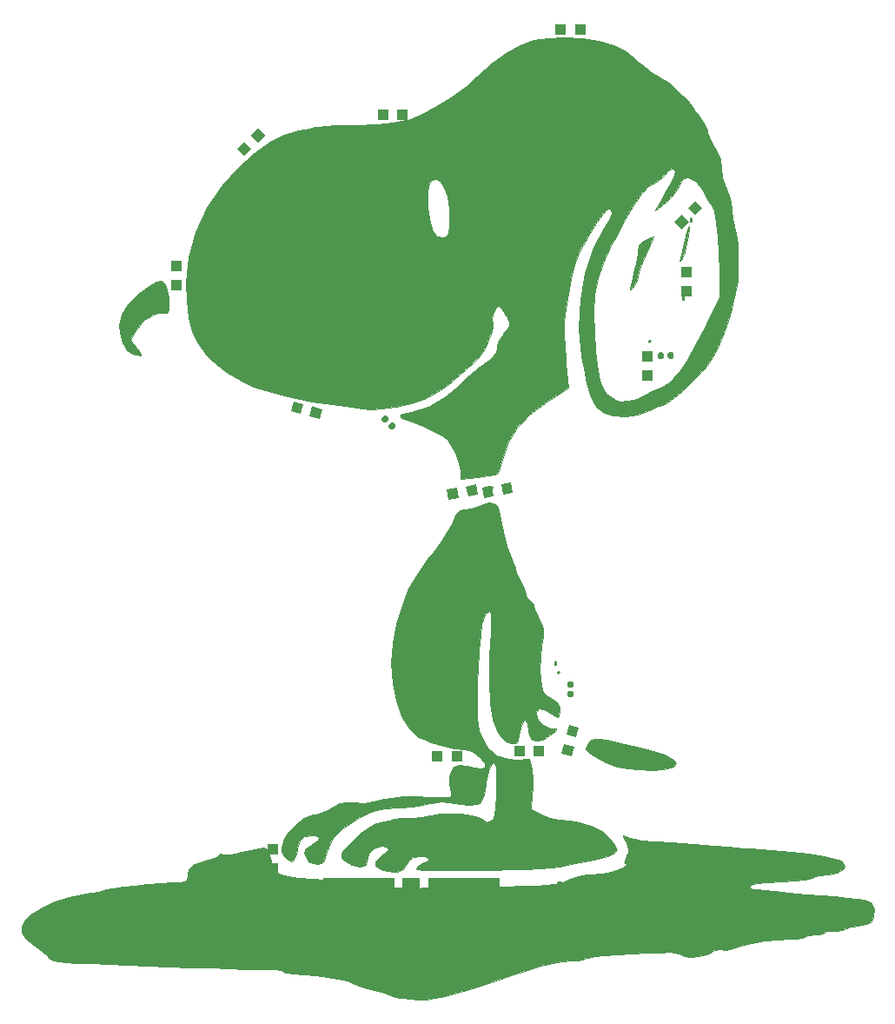
<source format=gbr>
%TF.GenerationSoftware,KiCad,Pcbnew,5.1.7-a382d34a8~88~ubuntu20.04.1*%
%TF.CreationDate,2021-01-15T03:17:28-08:00*%
%TF.ProjectId,snoopy-sao,736e6f6f-7079-42d7-9361-6f2e6b696361,rev?*%
%TF.SameCoordinates,Original*%
%TF.FileFunction,Soldermask,Bot*%
%TF.FilePolarity,Negative*%
%FSLAX46Y46*%
G04 Gerber Fmt 4.6, Leading zero omitted, Abs format (unit mm)*
G04 Created by KiCad (PCBNEW 5.1.7-a382d34a8~88~ubuntu20.04.1) date 2021-01-15 03:17:28*
%MOMM*%
%LPD*%
G01*
G04 APERTURE LIST*
%ADD10C,0.010000*%
%ADD11R,1.000000X1.000000*%
%ADD12C,0.100000*%
%ADD13R,6.908800X3.454400*%
%ADD14R,1.727200X3.454400*%
G04 APERTURE END LIST*
D10*
%TO.C,H3*%
G36*
X118861448Y-136767364D02*
G01*
X119278900Y-136958567D01*
X119727057Y-137080590D01*
X120536997Y-137199582D01*
X121562775Y-137295930D01*
X121992702Y-137323291D01*
X123229314Y-137400897D01*
X124468680Y-137494825D01*
X125481399Y-137587356D01*
X125654000Y-137606106D01*
X126410298Y-137677459D01*
X127541802Y-137765992D01*
X128916417Y-137862174D01*
X130402051Y-137956473D01*
X130988000Y-137990968D01*
X133078283Y-138134942D01*
X135015355Y-138314140D01*
X136732747Y-138519157D01*
X138163989Y-138740588D01*
X139242614Y-138969031D01*
X139902151Y-139195081D01*
X140017650Y-139268499D01*
X140234359Y-139664318D01*
X140032185Y-140050890D01*
X139496681Y-140358914D01*
X138713403Y-140519085D01*
X138462799Y-140528000D01*
X137778804Y-140584015D01*
X137350288Y-140724654D01*
X137292502Y-140791491D01*
X137014927Y-140909963D01*
X136317538Y-141027792D01*
X135288407Y-141133410D01*
X134096336Y-141211268D01*
X132634091Y-141304650D01*
X131649901Y-141415665D01*
X131113991Y-141548731D01*
X130988000Y-141672506D01*
X131009896Y-141770397D01*
X131112569Y-141853734D01*
X131351492Y-141929547D01*
X131782141Y-142004864D01*
X132459990Y-142086715D01*
X133440515Y-142182131D01*
X134779189Y-142298141D01*
X136531488Y-142441775D01*
X137973000Y-142557640D01*
X139293736Y-142668506D01*
X140499768Y-142778954D01*
X141463831Y-142876724D01*
X142058660Y-142949556D01*
X142086184Y-142953890D01*
X142801045Y-143250529D01*
X143110682Y-143848130D01*
X143038707Y-144685517D01*
X142853484Y-145101410D01*
X142466432Y-145337067D01*
X141726940Y-145482268D01*
X141694946Y-145486535D01*
X140849932Y-145640258D01*
X140136882Y-145839936D01*
X139958189Y-145913405D01*
X139301387Y-146074884D01*
X138878689Y-146046768D01*
X138464873Y-146027647D01*
X138354000Y-146139779D01*
X138128605Y-146283960D01*
X137565560Y-146364139D01*
X137338000Y-146370000D01*
X136701733Y-146423158D01*
X136347881Y-146555952D01*
X136322000Y-146609644D01*
X136091716Y-146734181D01*
X135494464Y-146812651D01*
X134837428Y-146828239D01*
X133740784Y-146869508D01*
X132472644Y-147002769D01*
X131200838Y-147201583D01*
X130093191Y-147439511D01*
X129317532Y-147690115D01*
X129291824Y-147701873D01*
X128589247Y-147863522D01*
X128135377Y-147844904D01*
X127555535Y-147870072D01*
X127247735Y-148033998D01*
X126769599Y-148305921D01*
X126040096Y-148489417D01*
X125249485Y-148564312D01*
X124588021Y-148510433D01*
X124270459Y-148349687D01*
X124096733Y-148224161D01*
X123755450Y-148144142D01*
X123177663Y-148108024D01*
X122294426Y-148114202D01*
X121036792Y-148161072D01*
X119494500Y-148238502D01*
X118045352Y-148327517D01*
X116789594Y-148426554D01*
X115807827Y-148527453D01*
X115180657Y-148622055D01*
X114986000Y-148694882D01*
X114755754Y-148810382D01*
X114159484Y-148888276D01*
X113525500Y-148909530D01*
X112749351Y-148962500D01*
X111799317Y-149135492D01*
X110592185Y-149448938D01*
X109044741Y-149923268D01*
X108001000Y-150265951D01*
X105773397Y-151005106D01*
X103958038Y-151591511D01*
X102487218Y-152038895D01*
X101293235Y-152360988D01*
X100308386Y-152571522D01*
X99464966Y-152684226D01*
X98695275Y-152712830D01*
X97931607Y-152671065D01*
X97106261Y-152572661D01*
X96825000Y-152532467D01*
X96195578Y-152393327D01*
X95809000Y-152232155D01*
X95439187Y-152079576D01*
X94737772Y-151875708D01*
X94031000Y-151704690D01*
X93153003Y-151474001D01*
X92444570Y-151224318D01*
X92126000Y-151054998D01*
X91699351Y-150880714D01*
X90897962Y-150690490D01*
X89853783Y-150504840D01*
X88698763Y-150344275D01*
X87564853Y-150229311D01*
X86584004Y-150180459D01*
X86497612Y-150180000D01*
X85876344Y-150131368D01*
X85541047Y-150010451D01*
X85522000Y-149968980D01*
X85292854Y-149850612D01*
X84704279Y-149772850D01*
X84188500Y-149755306D01*
X83197137Y-149744748D01*
X81859361Y-149717855D01*
X80242972Y-149677053D01*
X78415772Y-149624764D01*
X76445559Y-149563413D01*
X74400136Y-149495424D01*
X72347302Y-149423219D01*
X70354858Y-149349224D01*
X68490605Y-149275862D01*
X66822343Y-149205556D01*
X65417872Y-149140731D01*
X64344994Y-149083810D01*
X63671508Y-149037217D01*
X63487500Y-149015262D01*
X62927794Y-148853428D01*
X62664853Y-148684047D01*
X62662000Y-148668662D01*
X62471643Y-148440651D01*
X61973081Y-148015370D01*
X61288903Y-147495737D01*
X60446429Y-146807492D01*
X60033831Y-146224775D01*
X60016765Y-145646804D01*
X60360889Y-144972793D01*
X60406613Y-144906531D01*
X61042080Y-144308896D01*
X62052500Y-143709805D01*
X63308209Y-143166320D01*
X64679541Y-142735500D01*
X65890577Y-142493282D01*
X66838621Y-142344332D01*
X67574727Y-142194199D01*
X67967821Y-142070563D01*
X67996000Y-142048692D01*
X68270079Y-141977976D01*
X68945411Y-141877236D01*
X69916898Y-141757357D01*
X71079442Y-141629224D01*
X72327946Y-141503721D01*
X73557312Y-141391733D01*
X74662443Y-141304144D01*
X75538241Y-141251839D01*
X75765654Y-141244014D01*
X76154416Y-141124519D01*
X76195207Y-140705883D01*
X76184834Y-140648032D01*
X76305967Y-140045814D01*
X76888984Y-139549438D01*
X77893412Y-139189272D01*
X78219500Y-139121522D01*
X78830415Y-138950058D01*
X79155656Y-138742179D01*
X79172000Y-138692107D01*
X79373323Y-138540596D01*
X79673902Y-138568001D01*
X80246533Y-138593081D01*
X81004521Y-138484767D01*
X81134402Y-138453738D01*
X82342395Y-138146846D01*
X83149191Y-137971788D01*
X83647359Y-137940985D01*
X83929468Y-138066857D01*
X84088085Y-138361822D01*
X84215780Y-138838302D01*
X84223281Y-138868176D01*
X84456696Y-139623858D01*
X84771542Y-140156970D01*
X85255706Y-140511491D01*
X85997079Y-140731398D01*
X87083548Y-140860672D01*
X88348376Y-140932335D01*
X89663915Y-141018259D01*
X90934557Y-141149225D01*
X91990073Y-141305262D01*
X92521271Y-141421919D01*
X93076403Y-141557944D01*
X93708507Y-141666003D01*
X94470643Y-141747471D01*
X95415874Y-141803725D01*
X96597260Y-141836142D01*
X98067865Y-141846099D01*
X99880748Y-141834971D01*
X102088973Y-141804137D01*
X104745600Y-141754972D01*
X105090953Y-141748029D01*
X107218151Y-141702816D01*
X108900337Y-141659653D01*
X110200448Y-141613326D01*
X111181422Y-141558624D01*
X111906195Y-141490334D01*
X112437703Y-141403243D01*
X112838884Y-141292140D01*
X113172673Y-141151811D01*
X113342192Y-141064656D01*
X114232896Y-140715054D01*
X115174544Y-140526697D01*
X115363238Y-140516938D01*
X116653268Y-140427865D01*
X117777196Y-140210178D01*
X118612702Y-139894814D01*
X118985618Y-139600746D01*
X119180170Y-138997956D01*
X119162566Y-138184760D01*
X118955580Y-137401160D01*
X118742169Y-137035500D01*
X118608545Y-136761400D01*
X118861448Y-136767364D01*
G37*
X118861448Y-136767364D02*
X119278900Y-136958567D01*
X119727057Y-137080590D01*
X120536997Y-137199582D01*
X121562775Y-137295930D01*
X121992702Y-137323291D01*
X123229314Y-137400897D01*
X124468680Y-137494825D01*
X125481399Y-137587356D01*
X125654000Y-137606106D01*
X126410298Y-137677459D01*
X127541802Y-137765992D01*
X128916417Y-137862174D01*
X130402051Y-137956473D01*
X130988000Y-137990968D01*
X133078283Y-138134942D01*
X135015355Y-138314140D01*
X136732747Y-138519157D01*
X138163989Y-138740588D01*
X139242614Y-138969031D01*
X139902151Y-139195081D01*
X140017650Y-139268499D01*
X140234359Y-139664318D01*
X140032185Y-140050890D01*
X139496681Y-140358914D01*
X138713403Y-140519085D01*
X138462799Y-140528000D01*
X137778804Y-140584015D01*
X137350288Y-140724654D01*
X137292502Y-140791491D01*
X137014927Y-140909963D01*
X136317538Y-141027792D01*
X135288407Y-141133410D01*
X134096336Y-141211268D01*
X132634091Y-141304650D01*
X131649901Y-141415665D01*
X131113991Y-141548731D01*
X130988000Y-141672506D01*
X131009896Y-141770397D01*
X131112569Y-141853734D01*
X131351492Y-141929547D01*
X131782141Y-142004864D01*
X132459990Y-142086715D01*
X133440515Y-142182131D01*
X134779189Y-142298141D01*
X136531488Y-142441775D01*
X137973000Y-142557640D01*
X139293736Y-142668506D01*
X140499768Y-142778954D01*
X141463831Y-142876724D01*
X142058660Y-142949556D01*
X142086184Y-142953890D01*
X142801045Y-143250529D01*
X143110682Y-143848130D01*
X143038707Y-144685517D01*
X142853484Y-145101410D01*
X142466432Y-145337067D01*
X141726940Y-145482268D01*
X141694946Y-145486535D01*
X140849932Y-145640258D01*
X140136882Y-145839936D01*
X139958189Y-145913405D01*
X139301387Y-146074884D01*
X138878689Y-146046768D01*
X138464873Y-146027647D01*
X138354000Y-146139779D01*
X138128605Y-146283960D01*
X137565560Y-146364139D01*
X137338000Y-146370000D01*
X136701733Y-146423158D01*
X136347881Y-146555952D01*
X136322000Y-146609644D01*
X136091716Y-146734181D01*
X135494464Y-146812651D01*
X134837428Y-146828239D01*
X133740784Y-146869508D01*
X132472644Y-147002769D01*
X131200838Y-147201583D01*
X130093191Y-147439511D01*
X129317532Y-147690115D01*
X129291824Y-147701873D01*
X128589247Y-147863522D01*
X128135377Y-147844904D01*
X127555535Y-147870072D01*
X127247735Y-148033998D01*
X126769599Y-148305921D01*
X126040096Y-148489417D01*
X125249485Y-148564312D01*
X124588021Y-148510433D01*
X124270459Y-148349687D01*
X124096733Y-148224161D01*
X123755450Y-148144142D01*
X123177663Y-148108024D01*
X122294426Y-148114202D01*
X121036792Y-148161072D01*
X119494500Y-148238502D01*
X118045352Y-148327517D01*
X116789594Y-148426554D01*
X115807827Y-148527453D01*
X115180657Y-148622055D01*
X114986000Y-148694882D01*
X114755754Y-148810382D01*
X114159484Y-148888276D01*
X113525500Y-148909530D01*
X112749351Y-148962500D01*
X111799317Y-149135492D01*
X110592185Y-149448938D01*
X109044741Y-149923268D01*
X108001000Y-150265951D01*
X105773397Y-151005106D01*
X103958038Y-151591511D01*
X102487218Y-152038895D01*
X101293235Y-152360988D01*
X100308386Y-152571522D01*
X99464966Y-152684226D01*
X98695275Y-152712830D01*
X97931607Y-152671065D01*
X97106261Y-152572661D01*
X96825000Y-152532467D01*
X96195578Y-152393327D01*
X95809000Y-152232155D01*
X95439187Y-152079576D01*
X94737772Y-151875708D01*
X94031000Y-151704690D01*
X93153003Y-151474001D01*
X92444570Y-151224318D01*
X92126000Y-151054998D01*
X91699351Y-150880714D01*
X90897962Y-150690490D01*
X89853783Y-150504840D01*
X88698763Y-150344275D01*
X87564853Y-150229311D01*
X86584004Y-150180459D01*
X86497612Y-150180000D01*
X85876344Y-150131368D01*
X85541047Y-150010451D01*
X85522000Y-149968980D01*
X85292854Y-149850612D01*
X84704279Y-149772850D01*
X84188500Y-149755306D01*
X83197137Y-149744748D01*
X81859361Y-149717855D01*
X80242972Y-149677053D01*
X78415772Y-149624764D01*
X76445559Y-149563413D01*
X74400136Y-149495424D01*
X72347302Y-149423219D01*
X70354858Y-149349224D01*
X68490605Y-149275862D01*
X66822343Y-149205556D01*
X65417872Y-149140731D01*
X64344994Y-149083810D01*
X63671508Y-149037217D01*
X63487500Y-149015262D01*
X62927794Y-148853428D01*
X62664853Y-148684047D01*
X62662000Y-148668662D01*
X62471643Y-148440651D01*
X61973081Y-148015370D01*
X61288903Y-147495737D01*
X60446429Y-146807492D01*
X60033831Y-146224775D01*
X60016765Y-145646804D01*
X60360889Y-144972793D01*
X60406613Y-144906531D01*
X61042080Y-144308896D01*
X62052500Y-143709805D01*
X63308209Y-143166320D01*
X64679541Y-142735500D01*
X65890577Y-142493282D01*
X66838621Y-142344332D01*
X67574727Y-142194199D01*
X67967821Y-142070563D01*
X67996000Y-142048692D01*
X68270079Y-141977976D01*
X68945411Y-141877236D01*
X69916898Y-141757357D01*
X71079442Y-141629224D01*
X72327946Y-141503721D01*
X73557312Y-141391733D01*
X74662443Y-141304144D01*
X75538241Y-141251839D01*
X75765654Y-141244014D01*
X76154416Y-141124519D01*
X76195207Y-140705883D01*
X76184834Y-140648032D01*
X76305967Y-140045814D01*
X76888984Y-139549438D01*
X77893412Y-139189272D01*
X78219500Y-139121522D01*
X78830415Y-138950058D01*
X79155656Y-138742179D01*
X79172000Y-138692107D01*
X79373323Y-138540596D01*
X79673902Y-138568001D01*
X80246533Y-138593081D01*
X81004521Y-138484767D01*
X81134402Y-138453738D01*
X82342395Y-138146846D01*
X83149191Y-137971788D01*
X83647359Y-137940985D01*
X83929468Y-138066857D01*
X84088085Y-138361822D01*
X84215780Y-138838302D01*
X84223281Y-138868176D01*
X84456696Y-139623858D01*
X84771542Y-140156970D01*
X85255706Y-140511491D01*
X85997079Y-140731398D01*
X87083548Y-140860672D01*
X88348376Y-140932335D01*
X89663915Y-141018259D01*
X90934557Y-141149225D01*
X91990073Y-141305262D01*
X92521271Y-141421919D01*
X93076403Y-141557944D01*
X93708507Y-141666003D01*
X94470643Y-141747471D01*
X95415874Y-141803725D01*
X96597260Y-141836142D01*
X98067865Y-141846099D01*
X99880748Y-141834971D01*
X102088973Y-141804137D01*
X104745600Y-141754972D01*
X105090953Y-141748029D01*
X107218151Y-141702816D01*
X108900337Y-141659653D01*
X110200448Y-141613326D01*
X111181422Y-141558624D01*
X111906195Y-141490334D01*
X112437703Y-141403243D01*
X112838884Y-141292140D01*
X113172673Y-141151811D01*
X113342192Y-141064656D01*
X114232896Y-140715054D01*
X115174544Y-140526697D01*
X115363238Y-140516938D01*
X116653268Y-140427865D01*
X117777196Y-140210178D01*
X118612702Y-139894814D01*
X118985618Y-139600746D01*
X119180170Y-138997956D01*
X119162566Y-138184760D01*
X118955580Y-137401160D01*
X118742169Y-137035500D01*
X118608545Y-136761400D01*
X118861448Y-136767364D01*
G36*
X106057810Y-104339094D02*
G01*
X106407876Y-104703908D01*
X106645684Y-105472290D01*
X106793168Y-106361674D01*
X107003297Y-107479656D01*
X107295105Y-108566252D01*
X107593305Y-109357856D01*
X107909556Y-110069970D01*
X108101416Y-110615443D01*
X108128000Y-110764114D01*
X108240751Y-111163486D01*
X108522392Y-111794034D01*
X108636000Y-112013659D01*
X108954896Y-112682083D01*
X109131511Y-113194924D01*
X109144000Y-113290710D01*
X109348417Y-113660646D01*
X109525000Y-113766146D01*
X109862837Y-114102114D01*
X109906000Y-114295091D01*
X110024524Y-114742145D01*
X110321796Y-115405694D01*
X110458612Y-115661074D01*
X110756658Y-116251052D01*
X110883184Y-116762782D01*
X110858302Y-117393420D01*
X110721246Y-118235657D01*
X110585111Y-119397062D01*
X110550838Y-120646848D01*
X110588414Y-121318947D01*
X110707269Y-122186171D01*
X110890243Y-122714015D01*
X111222325Y-123070671D01*
X111595780Y-123312536D01*
X112201925Y-123780076D01*
X112432027Y-124315111D01*
X112446000Y-124551089D01*
X112392071Y-125112733D01*
X112184211Y-125243131D01*
X111753308Y-124957014D01*
X111522794Y-124747865D01*
X110955366Y-124402590D01*
X110460202Y-124400475D01*
X110180568Y-124725627D01*
X110160000Y-124899028D01*
X110373907Y-125449519D01*
X110889747Y-125963972D01*
X111518694Y-126275124D01*
X111747500Y-126305261D01*
X112084770Y-126330356D01*
X112086550Y-126464088D01*
X111725443Y-126797414D01*
X111557000Y-126937718D01*
X110828726Y-127376306D01*
X110160000Y-127507957D01*
X109713262Y-127374638D01*
X109504358Y-126986841D01*
X109443390Y-126558000D01*
X109308709Y-125776657D01*
X109109481Y-125466920D01*
X108873963Y-125641300D01*
X108657763Y-126210047D01*
X108481821Y-126917422D01*
X108388078Y-127437798D01*
X108383416Y-127510500D01*
X108188269Y-127768983D01*
X107728121Y-127788883D01*
X107185850Y-127571338D01*
X107087533Y-127502421D01*
X106431440Y-126716040D01*
X105958857Y-125492927D01*
X105668404Y-123823971D01*
X105558704Y-121700059D01*
X105628378Y-119112080D01*
X105684996Y-118230662D01*
X105776650Y-116767729D01*
X105802477Y-115758822D01*
X105756339Y-115153488D01*
X105632097Y-114901272D01*
X105423615Y-114951719D01*
X105299396Y-115061003D01*
X105066964Y-115458432D01*
X104875221Y-116170449D01*
X104718501Y-117240648D01*
X104591136Y-118712623D01*
X104487459Y-120629969D01*
X104448647Y-121605000D01*
X104397920Y-123191318D01*
X104382843Y-124370571D01*
X104409444Y-125242829D01*
X104483749Y-125908163D01*
X104611787Y-126466642D01*
X104769923Y-126939000D01*
X105420692Y-128161414D01*
X106316709Y-128942546D01*
X107479856Y-129297371D01*
X108243352Y-129316133D01*
X109507258Y-129249050D01*
X109724174Y-130253025D01*
X109820448Y-131097445D01*
X109825779Y-132139658D01*
X109785172Y-132706536D01*
X109629255Y-134156072D01*
X110646508Y-134675036D01*
X111501526Y-135006362D01*
X112361081Y-135184315D01*
X112550488Y-135194000D01*
X114095180Y-135347427D01*
X115525282Y-135772780D01*
X116696193Y-136417666D01*
X117208500Y-136881718D01*
X117690517Y-137481211D01*
X117987898Y-137952031D01*
X118034000Y-138095314D01*
X117795655Y-138423117D01*
X117141540Y-138746666D01*
X116163032Y-139032304D01*
X114951508Y-139246374D01*
X114886688Y-139254566D01*
X113961869Y-139398408D01*
X113188370Y-139570001D01*
X112801653Y-139702924D01*
X112422028Y-139779624D01*
X111636512Y-139852782D01*
X110523038Y-139920816D01*
X109159541Y-139982146D01*
X107623954Y-140035192D01*
X105994211Y-140078373D01*
X104348248Y-140110109D01*
X102763997Y-140128818D01*
X101319394Y-140132920D01*
X100092372Y-140120835D01*
X99160865Y-140090982D01*
X98602808Y-140041780D01*
X98476000Y-139993464D01*
X98681523Y-139724640D01*
X99111000Y-139465783D01*
X99638750Y-139141223D01*
X99671543Y-138897508D01*
X99219922Y-138765126D01*
X98863522Y-138750000D01*
X98186515Y-138841504D01*
X97762441Y-139210148D01*
X97587000Y-139512000D01*
X97192305Y-140061368D01*
X96658692Y-140250961D01*
X96373977Y-140257899D01*
X95595874Y-140173330D01*
X94983500Y-140012084D01*
X94501572Y-139665376D01*
X94503291Y-139234361D01*
X94979011Y-138756087D01*
X95371614Y-138521280D01*
X95772104Y-138175646D01*
X95701730Y-137883305D01*
X95196051Y-137737505D01*
X95071376Y-137734000D01*
X94376148Y-137959476D01*
X93847774Y-138521826D01*
X93650000Y-139214500D01*
X93536438Y-139625256D01*
X93104288Y-139757867D01*
X92951500Y-139760352D01*
X92223174Y-139598762D01*
X91651339Y-139292009D01*
X91248410Y-138894315D01*
X91232986Y-138516070D01*
X91328893Y-138307597D01*
X91764363Y-137730331D01*
X92455932Y-137046882D01*
X93258509Y-136377619D01*
X94027006Y-135842910D01*
X94616331Y-135563124D01*
X94644833Y-135556658D01*
X95346171Y-135390682D01*
X96164365Y-135167977D01*
X96224702Y-135150293D01*
X97143357Y-134992259D01*
X98085745Y-134987263D01*
X98111959Y-134990187D01*
X99038343Y-134977976D01*
X99951719Y-134793575D01*
X99982257Y-134783057D01*
X100762910Y-134621455D01*
X101763550Y-134567186D01*
X102836733Y-134608823D01*
X103835011Y-134734943D01*
X104610939Y-134934118D01*
X105001623Y-135172010D01*
X105352420Y-135434961D01*
X105763623Y-135294099D01*
X105988961Y-135074114D01*
X106137503Y-134676675D01*
X106229916Y-133999108D01*
X106286867Y-132938741D01*
X106296619Y-132646153D01*
X106314083Y-131564542D01*
X106299142Y-130651833D01*
X106255360Y-130044259D01*
X106224792Y-129900080D01*
X106011684Y-129650476D01*
X105767892Y-129860129D01*
X105517450Y-130483253D01*
X105284391Y-131474060D01*
X105227258Y-131800539D01*
X105054869Y-132724635D01*
X104876708Y-133266136D01*
X104632339Y-133547498D01*
X104299040Y-133681346D01*
X103688337Y-133733324D01*
X102815827Y-133680724D01*
X102209995Y-133593517D01*
X100949564Y-133459343D01*
X99930633Y-133582584D01*
X99813050Y-133615396D01*
X99108527Y-133762279D01*
X98087264Y-133900796D01*
X96940258Y-134006282D01*
X96634363Y-134025868D01*
X95458035Y-134117214D01*
X94588364Y-134267570D01*
X93824023Y-134531642D01*
X92963686Y-134964134D01*
X92754328Y-135080160D01*
X91331000Y-136020966D01*
X90367647Y-137012847D01*
X89816254Y-138110607D01*
X89706122Y-138559500D01*
X89539848Y-139189624D01*
X89267849Y-139458475D01*
X88804668Y-139512000D01*
X88106975Y-139328831D01*
X87816936Y-139020698D01*
X87583274Y-138413773D01*
X87727911Y-137997107D01*
X88306989Y-137611666D01*
X88316000Y-137607000D01*
X88906829Y-137213779D01*
X89038190Y-136910924D01*
X88706937Y-136742278D01*
X88379500Y-136721889D01*
X87600523Y-136833400D01*
X87140771Y-137223738D01*
X86898291Y-137992855D01*
X86866296Y-138205393D01*
X86677423Y-138960135D01*
X86366563Y-139226043D01*
X85914137Y-139011852D01*
X85648055Y-138748956D01*
X85368085Y-138357839D01*
X85327452Y-137937739D01*
X85506737Y-137272286D01*
X85513640Y-137251330D01*
X85961749Y-136454579D01*
X86695987Y-135683746D01*
X87561732Y-135063586D01*
X88404363Y-134718852D01*
X88693146Y-134686000D01*
X89280215Y-134545656D01*
X90015529Y-134193670D01*
X90273220Y-134031797D01*
X91010573Y-133610829D01*
X91672168Y-133481807D01*
X92295454Y-133536204D01*
X93402955Y-133549924D01*
X94748290Y-133328086D01*
X94962454Y-133274593D01*
X96068660Y-133051606D01*
X97307526Y-132946520D01*
X98841612Y-132947699D01*
X99304529Y-132963801D01*
X100506641Y-133007204D01*
X101284872Y-133013633D01*
X101722750Y-132970588D01*
X101903805Y-132865567D01*
X101911563Y-132686069D01*
X101880945Y-132578209D01*
X101674900Y-131688797D01*
X101725342Y-130948537D01*
X101840257Y-130558500D01*
X102126832Y-130071331D01*
X102609974Y-129872392D01*
X103386148Y-129942218D01*
X104055433Y-130111543D01*
X104837238Y-130241064D01*
X105205925Y-130085002D01*
X105143470Y-129671626D01*
X104700604Y-129099674D01*
X103900239Y-128493402D01*
X103180843Y-128336000D01*
X102255168Y-128239904D01*
X101096938Y-127990786D01*
X99924532Y-127647397D01*
X98956326Y-127268491D01*
X98686299Y-127126781D01*
X97791332Y-126323566D01*
X97064689Y-125121294D01*
X96523148Y-123605776D01*
X96183484Y-121862825D01*
X96062475Y-119978250D01*
X96176896Y-118037863D01*
X96539125Y-116144000D01*
X97101303Y-114270041D01*
X97739692Y-112712635D01*
X98549597Y-111288323D01*
X99626324Y-109813643D01*
X100178741Y-109137874D01*
X100892130Y-108174483D01*
X101572834Y-107075792D01*
X101918272Y-106407374D01*
X102330909Y-105586141D01*
X102672805Y-105144189D01*
X103035118Y-104979290D01*
X103201778Y-104968000D01*
X103854022Y-104869385D01*
X104636967Y-104627531D01*
X104748067Y-104582867D01*
X105527276Y-104318523D01*
X106057810Y-104339094D01*
G37*
X106057810Y-104339094D02*
X106407876Y-104703908D01*
X106645684Y-105472290D01*
X106793168Y-106361674D01*
X107003297Y-107479656D01*
X107295105Y-108566252D01*
X107593305Y-109357856D01*
X107909556Y-110069970D01*
X108101416Y-110615443D01*
X108128000Y-110764114D01*
X108240751Y-111163486D01*
X108522392Y-111794034D01*
X108636000Y-112013659D01*
X108954896Y-112682083D01*
X109131511Y-113194924D01*
X109144000Y-113290710D01*
X109348417Y-113660646D01*
X109525000Y-113766146D01*
X109862837Y-114102114D01*
X109906000Y-114295091D01*
X110024524Y-114742145D01*
X110321796Y-115405694D01*
X110458612Y-115661074D01*
X110756658Y-116251052D01*
X110883184Y-116762782D01*
X110858302Y-117393420D01*
X110721246Y-118235657D01*
X110585111Y-119397062D01*
X110550838Y-120646848D01*
X110588414Y-121318947D01*
X110707269Y-122186171D01*
X110890243Y-122714015D01*
X111222325Y-123070671D01*
X111595780Y-123312536D01*
X112201925Y-123780076D01*
X112432027Y-124315111D01*
X112446000Y-124551089D01*
X112392071Y-125112733D01*
X112184211Y-125243131D01*
X111753308Y-124957014D01*
X111522794Y-124747865D01*
X110955366Y-124402590D01*
X110460202Y-124400475D01*
X110180568Y-124725627D01*
X110160000Y-124899028D01*
X110373907Y-125449519D01*
X110889747Y-125963972D01*
X111518694Y-126275124D01*
X111747500Y-126305261D01*
X112084770Y-126330356D01*
X112086550Y-126464088D01*
X111725443Y-126797414D01*
X111557000Y-126937718D01*
X110828726Y-127376306D01*
X110160000Y-127507957D01*
X109713262Y-127374638D01*
X109504358Y-126986841D01*
X109443390Y-126558000D01*
X109308709Y-125776657D01*
X109109481Y-125466920D01*
X108873963Y-125641300D01*
X108657763Y-126210047D01*
X108481821Y-126917422D01*
X108388078Y-127437798D01*
X108383416Y-127510500D01*
X108188269Y-127768983D01*
X107728121Y-127788883D01*
X107185850Y-127571338D01*
X107087533Y-127502421D01*
X106431440Y-126716040D01*
X105958857Y-125492927D01*
X105668404Y-123823971D01*
X105558704Y-121700059D01*
X105628378Y-119112080D01*
X105684996Y-118230662D01*
X105776650Y-116767729D01*
X105802477Y-115758822D01*
X105756339Y-115153488D01*
X105632097Y-114901272D01*
X105423615Y-114951719D01*
X105299396Y-115061003D01*
X105066964Y-115458432D01*
X104875221Y-116170449D01*
X104718501Y-117240648D01*
X104591136Y-118712623D01*
X104487459Y-120629969D01*
X104448647Y-121605000D01*
X104397920Y-123191318D01*
X104382843Y-124370571D01*
X104409444Y-125242829D01*
X104483749Y-125908163D01*
X104611787Y-126466642D01*
X104769923Y-126939000D01*
X105420692Y-128161414D01*
X106316709Y-128942546D01*
X107479856Y-129297371D01*
X108243352Y-129316133D01*
X109507258Y-129249050D01*
X109724174Y-130253025D01*
X109820448Y-131097445D01*
X109825779Y-132139658D01*
X109785172Y-132706536D01*
X109629255Y-134156072D01*
X110646508Y-134675036D01*
X111501526Y-135006362D01*
X112361081Y-135184315D01*
X112550488Y-135194000D01*
X114095180Y-135347427D01*
X115525282Y-135772780D01*
X116696193Y-136417666D01*
X117208500Y-136881718D01*
X117690517Y-137481211D01*
X117987898Y-137952031D01*
X118034000Y-138095314D01*
X117795655Y-138423117D01*
X117141540Y-138746666D01*
X116163032Y-139032304D01*
X114951508Y-139246374D01*
X114886688Y-139254566D01*
X113961869Y-139398408D01*
X113188370Y-139570001D01*
X112801653Y-139702924D01*
X112422028Y-139779624D01*
X111636512Y-139852782D01*
X110523038Y-139920816D01*
X109159541Y-139982146D01*
X107623954Y-140035192D01*
X105994211Y-140078373D01*
X104348248Y-140110109D01*
X102763997Y-140128818D01*
X101319394Y-140132920D01*
X100092372Y-140120835D01*
X99160865Y-140090982D01*
X98602808Y-140041780D01*
X98476000Y-139993464D01*
X98681523Y-139724640D01*
X99111000Y-139465783D01*
X99638750Y-139141223D01*
X99671543Y-138897508D01*
X99219922Y-138765126D01*
X98863522Y-138750000D01*
X98186515Y-138841504D01*
X97762441Y-139210148D01*
X97587000Y-139512000D01*
X97192305Y-140061368D01*
X96658692Y-140250961D01*
X96373977Y-140257899D01*
X95595874Y-140173330D01*
X94983500Y-140012084D01*
X94501572Y-139665376D01*
X94503291Y-139234361D01*
X94979011Y-138756087D01*
X95371614Y-138521280D01*
X95772104Y-138175646D01*
X95701730Y-137883305D01*
X95196051Y-137737505D01*
X95071376Y-137734000D01*
X94376148Y-137959476D01*
X93847774Y-138521826D01*
X93650000Y-139214500D01*
X93536438Y-139625256D01*
X93104288Y-139757867D01*
X92951500Y-139760352D01*
X92223174Y-139598762D01*
X91651339Y-139292009D01*
X91248410Y-138894315D01*
X91232986Y-138516070D01*
X91328893Y-138307597D01*
X91764363Y-137730331D01*
X92455932Y-137046882D01*
X93258509Y-136377619D01*
X94027006Y-135842910D01*
X94616331Y-135563124D01*
X94644833Y-135556658D01*
X95346171Y-135390682D01*
X96164365Y-135167977D01*
X96224702Y-135150293D01*
X97143357Y-134992259D01*
X98085745Y-134987263D01*
X98111959Y-134990187D01*
X99038343Y-134977976D01*
X99951719Y-134793575D01*
X99982257Y-134783057D01*
X100762910Y-134621455D01*
X101763550Y-134567186D01*
X102836733Y-134608823D01*
X103835011Y-134734943D01*
X104610939Y-134934118D01*
X105001623Y-135172010D01*
X105352420Y-135434961D01*
X105763623Y-135294099D01*
X105988961Y-135074114D01*
X106137503Y-134676675D01*
X106229916Y-133999108D01*
X106286867Y-132938741D01*
X106296619Y-132646153D01*
X106314083Y-131564542D01*
X106299142Y-130651833D01*
X106255360Y-130044259D01*
X106224792Y-129900080D01*
X106011684Y-129650476D01*
X105767892Y-129860129D01*
X105517450Y-130483253D01*
X105284391Y-131474060D01*
X105227258Y-131800539D01*
X105054869Y-132724635D01*
X104876708Y-133266136D01*
X104632339Y-133547498D01*
X104299040Y-133681346D01*
X103688337Y-133733324D01*
X102815827Y-133680724D01*
X102209995Y-133593517D01*
X100949564Y-133459343D01*
X99930633Y-133582584D01*
X99813050Y-133615396D01*
X99108527Y-133762279D01*
X98087264Y-133900796D01*
X96940258Y-134006282D01*
X96634363Y-134025868D01*
X95458035Y-134117214D01*
X94588364Y-134267570D01*
X93824023Y-134531642D01*
X92963686Y-134964134D01*
X92754328Y-135080160D01*
X91331000Y-136020966D01*
X90367647Y-137012847D01*
X89816254Y-138110607D01*
X89706122Y-138559500D01*
X89539848Y-139189624D01*
X89267849Y-139458475D01*
X88804668Y-139512000D01*
X88106975Y-139328831D01*
X87816936Y-139020698D01*
X87583274Y-138413773D01*
X87727911Y-137997107D01*
X88306989Y-137611666D01*
X88316000Y-137607000D01*
X88906829Y-137213779D01*
X89038190Y-136910924D01*
X88706937Y-136742278D01*
X88379500Y-136721889D01*
X87600523Y-136833400D01*
X87140771Y-137223738D01*
X86898291Y-137992855D01*
X86866296Y-138205393D01*
X86677423Y-138960135D01*
X86366563Y-139226043D01*
X85914137Y-139011852D01*
X85648055Y-138748956D01*
X85368085Y-138357839D01*
X85327452Y-137937739D01*
X85506737Y-137272286D01*
X85513640Y-137251330D01*
X85961749Y-136454579D01*
X86695987Y-135683746D01*
X87561732Y-135063586D01*
X88404363Y-134718852D01*
X88693146Y-134686000D01*
X89280215Y-134545656D01*
X90015529Y-134193670D01*
X90273220Y-134031797D01*
X91010573Y-133610829D01*
X91672168Y-133481807D01*
X92295454Y-133536204D01*
X93402955Y-133549924D01*
X94748290Y-133328086D01*
X94962454Y-133274593D01*
X96068660Y-133051606D01*
X97307526Y-132946520D01*
X98841612Y-132947699D01*
X99304529Y-132963801D01*
X100506641Y-133007204D01*
X101284872Y-133013633D01*
X101722750Y-132970588D01*
X101903805Y-132865567D01*
X101911563Y-132686069D01*
X101880945Y-132578209D01*
X101674900Y-131688797D01*
X101725342Y-130948537D01*
X101840257Y-130558500D01*
X102126832Y-130071331D01*
X102609974Y-129872392D01*
X103386148Y-129942218D01*
X104055433Y-130111543D01*
X104837238Y-130241064D01*
X105205925Y-130085002D01*
X105143470Y-129671626D01*
X104700604Y-129099674D01*
X103900239Y-128493402D01*
X103180843Y-128336000D01*
X102255168Y-128239904D01*
X101096938Y-127990786D01*
X99924532Y-127647397D01*
X98956326Y-127268491D01*
X98686299Y-127126781D01*
X97791332Y-126323566D01*
X97064689Y-125121294D01*
X96523148Y-123605776D01*
X96183484Y-121862825D01*
X96062475Y-119978250D01*
X96176896Y-118037863D01*
X96539125Y-116144000D01*
X97101303Y-114270041D01*
X97739692Y-112712635D01*
X98549597Y-111288323D01*
X99626324Y-109813643D01*
X100178741Y-109137874D01*
X100892130Y-108174483D01*
X101572834Y-107075792D01*
X101918272Y-106407374D01*
X102330909Y-105586141D01*
X102672805Y-105144189D01*
X103035118Y-104979290D01*
X103201778Y-104968000D01*
X103854022Y-104869385D01*
X104636967Y-104627531D01*
X104748067Y-104582867D01*
X105527276Y-104318523D01*
X106057810Y-104339094D01*
G36*
X116288471Y-127312576D02*
G01*
X116994899Y-127435849D01*
X118071419Y-127673007D01*
X118356992Y-127738505D01*
X120013115Y-128124235D01*
X121245764Y-128426313D01*
X122128097Y-128667949D01*
X122733274Y-128872348D01*
X123134454Y-129062719D01*
X123404797Y-129262270D01*
X123515807Y-129374991D01*
X123779243Y-129724966D01*
X123666246Y-129931183D01*
X123257986Y-130107541D01*
X122492592Y-130268785D01*
X121413866Y-130339284D01*
X120207595Y-130322868D01*
X119059569Y-130223366D01*
X118155573Y-130044609D01*
X118020112Y-129999575D01*
X116967472Y-129568371D01*
X116044370Y-129111845D01*
X115356181Y-128689464D01*
X115008279Y-128360693D01*
X114986000Y-128287337D01*
X115142715Y-127879491D01*
X115372492Y-127567930D01*
X115578993Y-127384431D01*
X115850411Y-127297375D01*
X116288471Y-127312576D01*
G37*
X116288471Y-127312576D02*
X116994899Y-127435849D01*
X118071419Y-127673007D01*
X118356992Y-127738505D01*
X120013115Y-128124235D01*
X121245764Y-128426313D01*
X122128097Y-128667949D01*
X122733274Y-128872348D01*
X123134454Y-129062719D01*
X123404797Y-129262270D01*
X123515807Y-129374991D01*
X123779243Y-129724966D01*
X123666246Y-129931183D01*
X123257986Y-130107541D01*
X122492592Y-130268785D01*
X121413866Y-130339284D01*
X120207595Y-130322868D01*
X119059569Y-130223366D01*
X118155573Y-130044609D01*
X118020112Y-129999575D01*
X116967472Y-129568371D01*
X116044370Y-129111845D01*
X115356181Y-128689464D01*
X115008279Y-128360693D01*
X114986000Y-128287337D01*
X115142715Y-127879491D01*
X115372492Y-127567930D01*
X115578993Y-127384431D01*
X115850411Y-127297375D01*
X116288471Y-127312576D01*
G36*
X112446000Y-120843000D02*
G01*
X112319000Y-120970000D01*
X112192000Y-120843000D01*
X112319000Y-120716000D01*
X112446000Y-120843000D01*
G37*
X112446000Y-120843000D02*
X112319000Y-120970000D01*
X112192000Y-120843000D01*
X112319000Y-120716000D01*
X112446000Y-120843000D01*
G36*
X112107333Y-119784666D02*
G01*
X112137732Y-120086105D01*
X112107333Y-120123333D01*
X111956330Y-120088466D01*
X111938000Y-119954000D01*
X112030934Y-119744929D01*
X112107333Y-119784666D01*
G37*
X112107333Y-119784666D02*
X112137732Y-120086105D01*
X112107333Y-120123333D01*
X111956330Y-120088466D01*
X111938000Y-119954000D01*
X112030934Y-119744929D01*
X112107333Y-119784666D01*
G36*
X105910334Y-102769392D02*
G01*
X105918777Y-102852776D01*
X105521151Y-102886831D01*
X105461000Y-102886483D01*
X105067057Y-102849857D01*
X105104662Y-102772549D01*
X105148334Y-102759980D01*
X105701624Y-102722795D01*
X105910334Y-102769392D01*
G37*
X105910334Y-102769392D02*
X105918777Y-102852776D01*
X105521151Y-102886831D01*
X105461000Y-102886483D01*
X105067057Y-102849857D01*
X105104662Y-102772549D01*
X105148334Y-102759980D01*
X105701624Y-102722795D01*
X105910334Y-102769392D01*
G36*
X114643530Y-59093433D02*
G01*
X116286461Y-59371325D01*
X117742280Y-59797058D01*
X118909913Y-60340018D01*
X119688282Y-60969589D01*
X119764689Y-61068861D01*
X120077880Y-61369475D01*
X120656443Y-61825348D01*
X121366514Y-62341999D01*
X122074235Y-62824948D01*
X122645742Y-63179714D01*
X122942805Y-63312000D01*
X123196933Y-63480268D01*
X123672601Y-63905199D01*
X124250276Y-64466982D01*
X124810422Y-65045807D01*
X125233507Y-65521862D01*
X125400000Y-65774884D01*
X125569125Y-66100972D01*
X125979293Y-66561359D01*
X126010106Y-66590613D01*
X126464778Y-67210451D01*
X126830924Y-68032628D01*
X126891799Y-68242345D01*
X127189348Y-69093674D01*
X127584634Y-69845195D01*
X127678692Y-69976019D01*
X128102438Y-70891155D01*
X128194000Y-71680682D01*
X128318281Y-72610207D01*
X128624946Y-73562826D01*
X128702000Y-73726000D01*
X129032915Y-74619792D01*
X129203666Y-75559979D01*
X129210000Y-75731345D01*
X129286766Y-76597182D01*
X129474497Y-77380123D01*
X129503602Y-77455964D01*
X129672146Y-78146705D01*
X129791322Y-79175707D01*
X129855046Y-80375079D01*
X129857238Y-81576931D01*
X129791814Y-82613370D01*
X129708938Y-83124000D01*
X129539235Y-83876041D01*
X129325567Y-84863299D01*
X129183900Y-85537000D01*
X128829145Y-86825448D01*
X128303353Y-88226006D01*
X127685690Y-89556524D01*
X127055319Y-90634855D01*
X126843067Y-90923066D01*
X126155276Y-91713952D01*
X125334761Y-92557727D01*
X124473649Y-93371468D01*
X123664065Y-94072251D01*
X122998131Y-94577149D01*
X122567975Y-94803239D01*
X122527121Y-94808000D01*
X121993755Y-94937659D01*
X121309199Y-95257798D01*
X121169244Y-95340570D01*
X120120951Y-95756106D01*
X118868286Y-95916767D01*
X117621680Y-95817756D01*
X116591561Y-95454275D01*
X116576266Y-95445260D01*
X116105453Y-95077810D01*
X115719098Y-94547343D01*
X115389607Y-93779499D01*
X115089387Y-92699917D01*
X114790846Y-91234237D01*
X114596147Y-90109000D01*
X114339536Y-87353142D01*
X114405193Y-85853373D01*
X115780608Y-85853373D01*
X115840207Y-87681910D01*
X115963951Y-89501017D01*
X116096837Y-90889329D01*
X116256507Y-91923978D01*
X116460604Y-92682100D01*
X116726772Y-93240826D01*
X117072654Y-93677290D01*
X117250271Y-93846577D01*
X117848837Y-94315320D01*
X118371127Y-94481186D01*
X119076827Y-94422340D01*
X119132337Y-94413089D01*
X119971033Y-94196159D01*
X120698532Y-93887635D01*
X120804480Y-93823382D01*
X121452750Y-93464599D01*
X122273386Y-93095893D01*
X122460809Y-93022847D01*
X123015927Y-92724169D01*
X123582000Y-92216084D01*
X124193885Y-91448300D01*
X124886436Y-90370522D01*
X125694509Y-88932458D01*
X126652959Y-87083813D01*
X126854074Y-86683736D01*
X128060413Y-84274473D01*
X128036054Y-81730736D01*
X127983824Y-79975460D01*
X127868920Y-78377400D01*
X127702085Y-77014346D01*
X127494060Y-75964089D01*
X127255587Y-75304421D01*
X127126542Y-75144065D01*
X126779284Y-74693805D01*
X126593851Y-74224757D01*
X126284760Y-73645210D01*
X125737230Y-73069028D01*
X125647805Y-72999582D01*
X124951626Y-72637521D01*
X124446371Y-72743398D01*
X124102401Y-73327535D01*
X124035224Y-73561038D01*
X123759049Y-74048348D01*
X123215253Y-74651549D01*
X122845551Y-74977069D01*
X121800496Y-75816898D01*
X122241438Y-74961949D01*
X122672370Y-74177953D01*
X123185475Y-73310786D01*
X123300802Y-73125311D01*
X123670685Y-72447738D01*
X123731541Y-72033980D01*
X123622721Y-71855311D01*
X123342207Y-71773621D01*
X122946525Y-72049593D01*
X122579439Y-72453197D01*
X122035917Y-72991467D01*
X121543006Y-73307549D01*
X121394719Y-73342197D01*
X120972251Y-73575993D01*
X120380773Y-74255190D01*
X119638306Y-75352870D01*
X118762873Y-76842118D01*
X117772497Y-78696018D01*
X117651223Y-78933000D01*
X116783009Y-80787229D01*
X116206267Y-82440671D01*
X115884349Y-84070371D01*
X115780608Y-85853373D01*
X114405193Y-85853373D01*
X114460001Y-84601453D01*
X114939799Y-81957362D01*
X115761185Y-79524301D01*
X116728988Y-77676771D01*
X117266938Y-76755940D01*
X117496875Y-76147095D01*
X117440011Y-75775341D01*
X117302999Y-75650158D01*
X117064491Y-75778073D01*
X116645018Y-76252992D01*
X116110230Y-76977796D01*
X115525774Y-77855366D01*
X114957297Y-78788582D01*
X114470449Y-79680324D01*
X114221394Y-80209078D01*
X113895026Y-81170565D01*
X113568379Y-82470931D01*
X113273656Y-83942097D01*
X113043060Y-85415981D01*
X112908792Y-86724503D01*
X112889313Y-87161902D01*
X112900117Y-87951460D01*
X112950218Y-89053709D01*
X113030031Y-90275696D01*
X113067222Y-90744000D01*
X113269871Y-93157000D01*
X111143435Y-94557026D01*
X109531443Y-95761012D01*
X108342432Y-97004649D01*
X107495300Y-98390544D01*
X106954666Y-99856518D01*
X106708507Y-100657784D01*
X106493520Y-101249876D01*
X106385378Y-101462215D01*
X106067184Y-101575858D01*
X105389855Y-101702870D01*
X104508500Y-101814791D01*
X102794000Y-101990152D01*
X102794000Y-101246782D01*
X102649922Y-100463461D01*
X102279977Y-99504265D01*
X101777599Y-98588430D01*
X101497910Y-98205564D01*
X100994185Y-97796318D01*
X100158071Y-97311256D01*
X99141615Y-96827489D01*
X98096863Y-96422133D01*
X97785817Y-96322894D01*
X97080626Y-96061076D01*
X96875663Y-95839141D01*
X97173497Y-95646127D01*
X97976694Y-95471074D01*
X97985679Y-95469634D01*
X99662364Y-94952467D01*
X101340204Y-93944662D01*
X102258577Y-93181545D01*
X103156967Y-92388463D01*
X104166962Y-91538714D01*
X104699000Y-91109612D01*
X105513884Y-90453056D01*
X106003859Y-89998685D01*
X106251009Y-89644683D01*
X106337422Y-89289232D01*
X106346110Y-89066589D01*
X106515288Y-88527024D01*
X106923678Y-87915639D01*
X106985000Y-87847003D01*
X107404131Y-87392732D01*
X107568887Y-87091532D01*
X107508667Y-86735635D01*
X107252869Y-86117270D01*
X107235591Y-86076019D01*
X106903307Y-85488047D01*
X106556477Y-85172860D01*
X106478430Y-85156000D01*
X106155211Y-85374650D01*
X105925859Y-85890134D01*
X105862553Y-86491745D01*
X105922765Y-86778106D01*
X105912178Y-87196225D01*
X105742441Y-87903370D01*
X105543145Y-88493174D01*
X105238257Y-89180504D01*
X104837274Y-89798883D01*
X104251130Y-90455167D01*
X103390760Y-91256213D01*
X102841522Y-91734432D01*
X101500013Y-92834756D01*
X100347188Y-93631538D01*
X99233196Y-94199993D01*
X98008189Y-94615337D01*
X96522314Y-94952787D01*
X96372289Y-94981599D01*
X95103921Y-95186647D01*
X94102956Y-95246457D01*
X93152272Y-95168419D01*
X92761000Y-95104512D01*
X91585579Y-94915654D01*
X90305045Y-94742209D01*
X89713000Y-94674945D01*
X88327933Y-94474944D01*
X86697403Y-94151014D01*
X85025354Y-93750687D01*
X83515733Y-93321500D01*
X82684105Y-93036688D01*
X81442366Y-92460551D01*
X80149481Y-91689124D01*
X78978099Y-90837160D01*
X78100867Y-90019414D01*
X78042125Y-89951276D01*
X77233457Y-88837243D01*
X76662661Y-87651322D01*
X76299524Y-86284693D01*
X76113833Y-84628533D01*
X76073149Y-82859417D01*
X76323161Y-80424368D01*
X77021533Y-77968281D01*
X78123171Y-75590809D01*
X79164047Y-74022726D01*
X99553975Y-74022726D01*
X99565365Y-74872834D01*
X99619461Y-75631000D01*
X99801288Y-77001430D01*
X100092072Y-77911017D01*
X100512570Y-78399204D01*
X101083534Y-78505431D01*
X101128985Y-78499681D01*
X101426360Y-78390395D01*
X101597488Y-78089082D01*
X101687305Y-77474403D01*
X101721029Y-76901000D01*
X101696126Y-75637765D01*
X101522295Y-74525830D01*
X101232367Y-73631603D01*
X100859176Y-73021494D01*
X100435556Y-72761910D01*
X99994338Y-72919262D01*
X99837334Y-73091000D01*
X99641078Y-73470215D01*
X99553975Y-74022726D01*
X79164047Y-74022726D01*
X79582979Y-73391604D01*
X81132782Y-71678421D01*
X82769221Y-70232480D01*
X84248053Y-69183322D01*
X85655174Y-68481890D01*
X87076476Y-68079129D01*
X87568692Y-68002711D01*
X88197786Y-67884047D01*
X88582600Y-67749212D01*
X88915425Y-67688500D01*
X89659377Y-67627571D01*
X90717618Y-67572131D01*
X91993310Y-67527884D01*
X92577152Y-67513875D01*
X94668170Y-67434619D01*
X96296349Y-67291509D01*
X97503316Y-67080501D01*
X97768521Y-67009564D01*
X98954360Y-66538922D01*
X100360021Y-65789130D01*
X101850732Y-64844807D01*
X103291719Y-63790569D01*
X104413081Y-62837772D01*
X105977807Y-61460321D01*
X107344775Y-60441712D01*
X108620330Y-59733860D01*
X109910819Y-59288686D01*
X111322585Y-59058107D01*
X112914565Y-58994000D01*
X114643530Y-59093433D01*
G37*
X114643530Y-59093433D02*
X116286461Y-59371325D01*
X117742280Y-59797058D01*
X118909913Y-60340018D01*
X119688282Y-60969589D01*
X119764689Y-61068861D01*
X120077880Y-61369475D01*
X120656443Y-61825348D01*
X121366514Y-62341999D01*
X122074235Y-62824948D01*
X122645742Y-63179714D01*
X122942805Y-63312000D01*
X123196933Y-63480268D01*
X123672601Y-63905199D01*
X124250276Y-64466982D01*
X124810422Y-65045807D01*
X125233507Y-65521862D01*
X125400000Y-65774884D01*
X125569125Y-66100972D01*
X125979293Y-66561359D01*
X126010106Y-66590613D01*
X126464778Y-67210451D01*
X126830924Y-68032628D01*
X126891799Y-68242345D01*
X127189348Y-69093674D01*
X127584634Y-69845195D01*
X127678692Y-69976019D01*
X128102438Y-70891155D01*
X128194000Y-71680682D01*
X128318281Y-72610207D01*
X128624946Y-73562826D01*
X128702000Y-73726000D01*
X129032915Y-74619792D01*
X129203666Y-75559979D01*
X129210000Y-75731345D01*
X129286766Y-76597182D01*
X129474497Y-77380123D01*
X129503602Y-77455964D01*
X129672146Y-78146705D01*
X129791322Y-79175707D01*
X129855046Y-80375079D01*
X129857238Y-81576931D01*
X129791814Y-82613370D01*
X129708938Y-83124000D01*
X129539235Y-83876041D01*
X129325567Y-84863299D01*
X129183900Y-85537000D01*
X128829145Y-86825448D01*
X128303353Y-88226006D01*
X127685690Y-89556524D01*
X127055319Y-90634855D01*
X126843067Y-90923066D01*
X126155276Y-91713952D01*
X125334761Y-92557727D01*
X124473649Y-93371468D01*
X123664065Y-94072251D01*
X122998131Y-94577149D01*
X122567975Y-94803239D01*
X122527121Y-94808000D01*
X121993755Y-94937659D01*
X121309199Y-95257798D01*
X121169244Y-95340570D01*
X120120951Y-95756106D01*
X118868286Y-95916767D01*
X117621680Y-95817756D01*
X116591561Y-95454275D01*
X116576266Y-95445260D01*
X116105453Y-95077810D01*
X115719098Y-94547343D01*
X115389607Y-93779499D01*
X115089387Y-92699917D01*
X114790846Y-91234237D01*
X114596147Y-90109000D01*
X114339536Y-87353142D01*
X114405193Y-85853373D01*
X115780608Y-85853373D01*
X115840207Y-87681910D01*
X115963951Y-89501017D01*
X116096837Y-90889329D01*
X116256507Y-91923978D01*
X116460604Y-92682100D01*
X116726772Y-93240826D01*
X117072654Y-93677290D01*
X117250271Y-93846577D01*
X117848837Y-94315320D01*
X118371127Y-94481186D01*
X119076827Y-94422340D01*
X119132337Y-94413089D01*
X119971033Y-94196159D01*
X120698532Y-93887635D01*
X120804480Y-93823382D01*
X121452750Y-93464599D01*
X122273386Y-93095893D01*
X122460809Y-93022847D01*
X123015927Y-92724169D01*
X123582000Y-92216084D01*
X124193885Y-91448300D01*
X124886436Y-90370522D01*
X125694509Y-88932458D01*
X126652959Y-87083813D01*
X126854074Y-86683736D01*
X128060413Y-84274473D01*
X128036054Y-81730736D01*
X127983824Y-79975460D01*
X127868920Y-78377400D01*
X127702085Y-77014346D01*
X127494060Y-75964089D01*
X127255587Y-75304421D01*
X127126542Y-75144065D01*
X126779284Y-74693805D01*
X126593851Y-74224757D01*
X126284760Y-73645210D01*
X125737230Y-73069028D01*
X125647805Y-72999582D01*
X124951626Y-72637521D01*
X124446371Y-72743398D01*
X124102401Y-73327535D01*
X124035224Y-73561038D01*
X123759049Y-74048348D01*
X123215253Y-74651549D01*
X122845551Y-74977069D01*
X121800496Y-75816898D01*
X122241438Y-74961949D01*
X122672370Y-74177953D01*
X123185475Y-73310786D01*
X123300802Y-73125311D01*
X123670685Y-72447738D01*
X123731541Y-72033980D01*
X123622721Y-71855311D01*
X123342207Y-71773621D01*
X122946525Y-72049593D01*
X122579439Y-72453197D01*
X122035917Y-72991467D01*
X121543006Y-73307549D01*
X121394719Y-73342197D01*
X120972251Y-73575993D01*
X120380773Y-74255190D01*
X119638306Y-75352870D01*
X118762873Y-76842118D01*
X117772497Y-78696018D01*
X117651223Y-78933000D01*
X116783009Y-80787229D01*
X116206267Y-82440671D01*
X115884349Y-84070371D01*
X115780608Y-85853373D01*
X114405193Y-85853373D01*
X114460001Y-84601453D01*
X114939799Y-81957362D01*
X115761185Y-79524301D01*
X116728988Y-77676771D01*
X117266938Y-76755940D01*
X117496875Y-76147095D01*
X117440011Y-75775341D01*
X117302999Y-75650158D01*
X117064491Y-75778073D01*
X116645018Y-76252992D01*
X116110230Y-76977796D01*
X115525774Y-77855366D01*
X114957297Y-78788582D01*
X114470449Y-79680324D01*
X114221394Y-80209078D01*
X113895026Y-81170565D01*
X113568379Y-82470931D01*
X113273656Y-83942097D01*
X113043060Y-85415981D01*
X112908792Y-86724503D01*
X112889313Y-87161902D01*
X112900117Y-87951460D01*
X112950218Y-89053709D01*
X113030031Y-90275696D01*
X113067222Y-90744000D01*
X113269871Y-93157000D01*
X111143435Y-94557026D01*
X109531443Y-95761012D01*
X108342432Y-97004649D01*
X107495300Y-98390544D01*
X106954666Y-99856518D01*
X106708507Y-100657784D01*
X106493520Y-101249876D01*
X106385378Y-101462215D01*
X106067184Y-101575858D01*
X105389855Y-101702870D01*
X104508500Y-101814791D01*
X102794000Y-101990152D01*
X102794000Y-101246782D01*
X102649922Y-100463461D01*
X102279977Y-99504265D01*
X101777599Y-98588430D01*
X101497910Y-98205564D01*
X100994185Y-97796318D01*
X100158071Y-97311256D01*
X99141615Y-96827489D01*
X98096863Y-96422133D01*
X97785817Y-96322894D01*
X97080626Y-96061076D01*
X96875663Y-95839141D01*
X97173497Y-95646127D01*
X97976694Y-95471074D01*
X97985679Y-95469634D01*
X99662364Y-94952467D01*
X101340204Y-93944662D01*
X102258577Y-93181545D01*
X103156967Y-92388463D01*
X104166962Y-91538714D01*
X104699000Y-91109612D01*
X105513884Y-90453056D01*
X106003859Y-89998685D01*
X106251009Y-89644683D01*
X106337422Y-89289232D01*
X106346110Y-89066589D01*
X106515288Y-88527024D01*
X106923678Y-87915639D01*
X106985000Y-87847003D01*
X107404131Y-87392732D01*
X107568887Y-87091532D01*
X107508667Y-86735635D01*
X107252869Y-86117270D01*
X107235591Y-86076019D01*
X106903307Y-85488047D01*
X106556477Y-85172860D01*
X106478430Y-85156000D01*
X106155211Y-85374650D01*
X105925859Y-85890134D01*
X105862553Y-86491745D01*
X105922765Y-86778106D01*
X105912178Y-87196225D01*
X105742441Y-87903370D01*
X105543145Y-88493174D01*
X105238257Y-89180504D01*
X104837274Y-89798883D01*
X104251130Y-90455167D01*
X103390760Y-91256213D01*
X102841522Y-91734432D01*
X101500013Y-92834756D01*
X100347188Y-93631538D01*
X99233196Y-94199993D01*
X98008189Y-94615337D01*
X96522314Y-94952787D01*
X96372289Y-94981599D01*
X95103921Y-95186647D01*
X94102956Y-95246457D01*
X93152272Y-95168419D01*
X92761000Y-95104512D01*
X91585579Y-94915654D01*
X90305045Y-94742209D01*
X89713000Y-94674945D01*
X88327933Y-94474944D01*
X86697403Y-94151014D01*
X85025354Y-93750687D01*
X83515733Y-93321500D01*
X82684105Y-93036688D01*
X81442366Y-92460551D01*
X80149481Y-91689124D01*
X78978099Y-90837160D01*
X78100867Y-90019414D01*
X78042125Y-89951276D01*
X77233457Y-88837243D01*
X76662661Y-87651322D01*
X76299524Y-86284693D01*
X76113833Y-84628533D01*
X76073149Y-82859417D01*
X76323161Y-80424368D01*
X77021533Y-77968281D01*
X78123171Y-75590809D01*
X79164047Y-74022726D01*
X99553975Y-74022726D01*
X99565365Y-74872834D01*
X99619461Y-75631000D01*
X99801288Y-77001430D01*
X100092072Y-77911017D01*
X100512570Y-78399204D01*
X101083534Y-78505431D01*
X101128985Y-78499681D01*
X101426360Y-78390395D01*
X101597488Y-78089082D01*
X101687305Y-77474403D01*
X101721029Y-76901000D01*
X101696126Y-75637765D01*
X101522295Y-74525830D01*
X101232367Y-73631603D01*
X100859176Y-73021494D01*
X100435556Y-72761910D01*
X99994338Y-72919262D01*
X99837334Y-73091000D01*
X99641078Y-73470215D01*
X99553975Y-74022726D01*
X79164047Y-74022726D01*
X79582979Y-73391604D01*
X81132782Y-71678421D01*
X82769221Y-70232480D01*
X84248053Y-69183322D01*
X85655174Y-68481890D01*
X87076476Y-68079129D01*
X87568692Y-68002711D01*
X88197786Y-67884047D01*
X88582600Y-67749212D01*
X88915425Y-67688500D01*
X89659377Y-67627571D01*
X90717618Y-67572131D01*
X91993310Y-67527884D01*
X92577152Y-67513875D01*
X94668170Y-67434619D01*
X96296349Y-67291509D01*
X97503316Y-67080501D01*
X97768521Y-67009564D01*
X98954360Y-66538922D01*
X100360021Y-65789130D01*
X101850732Y-64844807D01*
X103291719Y-63790569D01*
X104413081Y-62837772D01*
X105977807Y-61460321D01*
X107344775Y-60441712D01*
X108620330Y-59733860D01*
X109910819Y-59288686D01*
X111322585Y-59058107D01*
X112914565Y-58994000D01*
X114643530Y-59093433D01*
G36*
X73808082Y-82771380D02*
G01*
X73999482Y-83001203D01*
X74206022Y-83531356D01*
X74330011Y-84327699D01*
X74346000Y-84723722D01*
X74318019Y-85469165D01*
X74210783Y-85806711D01*
X73989348Y-85834525D01*
X73954958Y-85822293D01*
X73438061Y-85814202D01*
X73002458Y-85961596D01*
X72402320Y-86261304D01*
X72060000Y-86423297D01*
X71700818Y-86745304D01*
X71281226Y-87331607D01*
X71176443Y-87512901D01*
X70673886Y-88430164D01*
X71247547Y-89206082D01*
X71564929Y-89688082D01*
X71651968Y-89937208D01*
X71623104Y-89947409D01*
X71238075Y-89876571D01*
X70831979Y-89799923D01*
X70283304Y-89456282D01*
X69846140Y-88729641D01*
X69577436Y-87742063D01*
X69520000Y-86987877D01*
X69751547Y-86007404D01*
X70398089Y-84974569D01*
X71387473Y-83981066D01*
X72496807Y-83204866D01*
X73176846Y-82822050D01*
X73566201Y-82684025D01*
X73808082Y-82771380D01*
G37*
X73808082Y-82771380D02*
X73999482Y-83001203D01*
X74206022Y-83531356D01*
X74330011Y-84327699D01*
X74346000Y-84723722D01*
X74318019Y-85469165D01*
X74210783Y-85806711D01*
X73989348Y-85834525D01*
X73954958Y-85822293D01*
X73438061Y-85814202D01*
X73002458Y-85961596D01*
X72402320Y-86261304D01*
X72060000Y-86423297D01*
X71700818Y-86745304D01*
X71281226Y-87331607D01*
X71176443Y-87512901D01*
X70673886Y-88430164D01*
X71247547Y-89206082D01*
X71564929Y-89688082D01*
X71651968Y-89937208D01*
X71623104Y-89947409D01*
X71238075Y-89876571D01*
X70831979Y-89799923D01*
X70283304Y-89456282D01*
X69846140Y-88729641D01*
X69577436Y-87742063D01*
X69520000Y-86987877D01*
X69751547Y-86007404D01*
X70398089Y-84974569D01*
X71387473Y-83981066D01*
X72496807Y-83204866D01*
X73176846Y-82822050D01*
X73566201Y-82684025D01*
X73808082Y-82771380D01*
G36*
X121336000Y-88585000D02*
G01*
X121209000Y-88712000D01*
X121082000Y-88585000D01*
X121209000Y-88458000D01*
X121336000Y-88585000D01*
G37*
X121336000Y-88585000D02*
X121209000Y-88712000D01*
X121082000Y-88585000D01*
X121209000Y-88458000D01*
X121336000Y-88585000D01*
G36*
X124553333Y-84224666D02*
G01*
X124583732Y-84526105D01*
X124553333Y-84563333D01*
X124402330Y-84528466D01*
X124384000Y-84394000D01*
X124476934Y-84184929D01*
X124553333Y-84224666D01*
G37*
X124553333Y-84224666D02*
X124583732Y-84526105D01*
X124553333Y-84563333D01*
X124402330Y-84528466D01*
X124384000Y-84394000D01*
X124476934Y-84184929D01*
X124553333Y-84224666D01*
G36*
X121590000Y-78409335D02*
G01*
X121493058Y-78658366D01*
X121237385Y-79247997D01*
X120875708Y-80056931D01*
X120828000Y-80162290D01*
X120449877Y-81057924D01*
X120177196Y-81821499D01*
X120066288Y-82294400D01*
X120066000Y-82307875D01*
X119975573Y-82701116D01*
X119765173Y-83140334D01*
X119526118Y-83483329D01*
X119349729Y-83587900D01*
X119312078Y-83481868D01*
X119376834Y-83093564D01*
X119551012Y-82409599D01*
X119682250Y-81957868D01*
X119909381Y-81049105D01*
X120045849Y-80194760D01*
X120063250Y-79904103D01*
X120176670Y-79258278D01*
X120606444Y-78837399D01*
X120828000Y-78717071D01*
X121339050Y-78480939D01*
X121585868Y-78403857D01*
X121590000Y-78409335D01*
G37*
X121590000Y-78409335D02*
X121493058Y-78658366D01*
X121237385Y-79247997D01*
X120875708Y-80056931D01*
X120828000Y-80162290D01*
X120449877Y-81057924D01*
X120177196Y-81821499D01*
X120066288Y-82294400D01*
X120066000Y-82307875D01*
X119975573Y-82701116D01*
X119765173Y-83140334D01*
X119526118Y-83483329D01*
X119349729Y-83587900D01*
X119312078Y-83481868D01*
X119376834Y-83093564D01*
X119551012Y-82409599D01*
X119682250Y-81957868D01*
X119909381Y-81049105D01*
X120045849Y-80194760D01*
X120063250Y-79904103D01*
X120176670Y-79258278D01*
X120606444Y-78837399D01*
X120828000Y-78717071D01*
X121339050Y-78480939D01*
X121585868Y-78403857D01*
X121590000Y-78409335D01*
G36*
X125102604Y-77692300D02*
G01*
X125009760Y-78317286D01*
X124842269Y-79098205D01*
X124638537Y-79870574D01*
X124436970Y-80469912D01*
X124306422Y-80711000D01*
X124144088Y-80789580D01*
X124187231Y-80584000D01*
X124312653Y-80137502D01*
X124498394Y-79383294D01*
X124646384Y-78740935D01*
X124835888Y-77984625D01*
X124997500Y-77497731D01*
X125082395Y-77387728D01*
X125102604Y-77692300D01*
G37*
X125102604Y-77692300D02*
X125009760Y-78317286D01*
X124842269Y-79098205D01*
X124638537Y-79870574D01*
X124436970Y-80469912D01*
X124306422Y-80711000D01*
X124144088Y-80789580D01*
X124187231Y-80584000D01*
X124312653Y-80137502D01*
X124498394Y-79383294D01*
X124646384Y-78740935D01*
X124835888Y-77984625D01*
X124997500Y-77497731D01*
X125082395Y-77387728D01*
X125102604Y-77692300D01*
G36*
X125315333Y-76604666D02*
G01*
X125345732Y-76906105D01*
X125315333Y-76943333D01*
X125164330Y-76908466D01*
X125146000Y-76774000D01*
X125238934Y-76564929D01*
X125315333Y-76604666D01*
G37*
X125315333Y-76604666D02*
X125345732Y-76906105D01*
X125315333Y-76943333D01*
X125164330Y-76908466D01*
X125146000Y-76774000D01*
X125238934Y-76564929D01*
X125315333Y-76604666D01*
%TD*%
%TO.C,R4*%
G36*
G01*
X95787625Y-96243673D02*
X95543673Y-96487625D01*
G75*
G02*
X95335077Y-96487625I-104298J104298D01*
G01*
X95126481Y-96279029D01*
G75*
G02*
X95126481Y-96070433I104298J104298D01*
G01*
X95370433Y-95826481D01*
G75*
G02*
X95579029Y-95826481I104298J-104298D01*
G01*
X95787625Y-96035077D01*
G75*
G02*
X95787625Y-96243673I-104298J-104298D01*
G01*
G37*
G36*
G01*
X96473519Y-96929567D02*
X96229567Y-97173519D01*
G75*
G02*
X96020971Y-97173519I-104298J104298D01*
G01*
X95812375Y-96964923D01*
G75*
G02*
X95812375Y-96756327I104298J104298D01*
G01*
X96056327Y-96512375D01*
G75*
G02*
X96264923Y-96512375I104298J-104298D01*
G01*
X96473519Y-96720971D01*
G75*
G02*
X96473519Y-96929567I-104298J-104298D01*
G01*
G37*
%TD*%
D11*
%TO.C,D16*%
X95250000Y-66500000D03*
X97150000Y-66500000D03*
%TD*%
D12*
%TO.C,D15*%
G36*
X81021142Y-69871751D02*
G01*
X81728249Y-69164644D01*
X82435356Y-69871751D01*
X81728249Y-70578858D01*
X81021142Y-69871751D01*
G37*
G36*
X82364644Y-68528249D02*
G01*
X83071751Y-67821142D01*
X83778858Y-68528249D01*
X83071751Y-69235356D01*
X82364644Y-68528249D01*
G37*
%TD*%
%TO.C,D14*%
G36*
X89071183Y-96158250D02*
G01*
X88105258Y-95899431D01*
X88364077Y-94933506D01*
X89330002Y-95192325D01*
X89071183Y-96158250D01*
G37*
G36*
X87235923Y-95666494D02*
G01*
X86269998Y-95407675D01*
X86528817Y-94441750D01*
X87494742Y-94700569D01*
X87235923Y-95666494D01*
G37*
%TD*%
D11*
%TO.C,D13*%
X75100000Y-83150000D03*
X75100000Y-81250000D03*
%TD*%
%TO.C,R3*%
G36*
G01*
X122610000Y-89827500D02*
X122610000Y-90172500D01*
G75*
G02*
X122462500Y-90320000I-147500J0D01*
G01*
X122167500Y-90320000D01*
G75*
G02*
X122020000Y-90172500I0J147500D01*
G01*
X122020000Y-89827500D01*
G75*
G02*
X122167500Y-89680000I147500J0D01*
G01*
X122462500Y-89680000D01*
G75*
G02*
X122610000Y-89827500I0J-147500D01*
G01*
G37*
G36*
G01*
X123580000Y-89827500D02*
X123580000Y-90172500D01*
G75*
G02*
X123432500Y-90320000I-147500J0D01*
G01*
X123137500Y-90320000D01*
G75*
G02*
X122990000Y-90172500I0J147500D01*
G01*
X122990000Y-89827500D01*
G75*
G02*
X123137500Y-89680000I147500J0D01*
G01*
X123432500Y-89680000D01*
G75*
G02*
X123580000Y-89827500I0J-147500D01*
G01*
G37*
%TD*%
%TO.C,D12*%
X121000000Y-90050000D03*
X121000000Y-91950000D03*
%TD*%
%TO.C,D11*%
X112550000Y-58200000D03*
X114450000Y-58200000D03*
%TD*%
D12*
%TO.C,D10*%
G36*
X126378858Y-75628249D02*
G01*
X125671751Y-76335356D01*
X124964644Y-75628249D01*
X125671751Y-74921142D01*
X126378858Y-75628249D01*
G37*
G36*
X125035356Y-76971751D02*
G01*
X124328249Y-77678858D01*
X123621142Y-76971751D01*
X124328249Y-76264644D01*
X125035356Y-76971751D01*
G37*
%TD*%
D11*
%TO.C,D9*%
X124800000Y-81850000D03*
X124800000Y-83750000D03*
%TD*%
%TO.C,R2*%
G36*
G01*
X113672500Y-122310000D02*
X113327500Y-122310000D01*
G75*
G02*
X113180000Y-122162500I0J147500D01*
G01*
X113180000Y-121867500D01*
G75*
G02*
X113327500Y-121720000I147500J0D01*
G01*
X113672500Y-121720000D01*
G75*
G02*
X113820000Y-121867500I0J-147500D01*
G01*
X113820000Y-122162500D01*
G75*
G02*
X113672500Y-122310000I-147500J0D01*
G01*
G37*
G36*
G01*
X113672500Y-123280000D02*
X113327500Y-123280000D01*
G75*
G02*
X113180000Y-123132500I0J147500D01*
G01*
X113180000Y-122837500D01*
G75*
G02*
X113327500Y-122690000I147500J0D01*
G01*
X113672500Y-122690000D01*
G75*
G02*
X113820000Y-122837500I0J-147500D01*
G01*
X113820000Y-123132500D01*
G75*
G02*
X113672500Y-123280000I-147500J0D01*
G01*
G37*
%TD*%
D12*
%TO.C,D8*%
G36*
X112641750Y-128771183D02*
G01*
X112900569Y-127805258D01*
X113866494Y-128064077D01*
X113607675Y-129030002D01*
X112641750Y-128771183D01*
G37*
G36*
X113133506Y-126935923D02*
G01*
X113392325Y-125969998D01*
X114358250Y-126228817D01*
X114099431Y-127194742D01*
X113133506Y-126935923D01*
G37*
%TD*%
D11*
%TO.C,D7*%
X110450000Y-128500000D03*
X108550000Y-128500000D03*
%TD*%
D12*
%TO.C,D6*%
G36*
X107914795Y-103340614D02*
G01*
X106929987Y-103514262D01*
X106756339Y-102529454D01*
X107741147Y-102355806D01*
X107914795Y-103340614D01*
G37*
G36*
X106043661Y-103670546D02*
G01*
X105058853Y-103844194D01*
X104885205Y-102859386D01*
X105870013Y-102685738D01*
X106043661Y-103670546D01*
G37*
%TD*%
%TO.C,D5*%
G36*
X101485205Y-103059386D02*
G01*
X102470013Y-102885738D01*
X102643661Y-103870546D01*
X101658853Y-104044194D01*
X101485205Y-103059386D01*
G37*
G36*
X103356339Y-102729454D02*
G01*
X104341147Y-102555806D01*
X104514795Y-103540614D01*
X103529987Y-103714262D01*
X103356339Y-102729454D01*
G37*
%TD*%
%TO.C,R1*%
G36*
G01*
X113190000Y-141672500D02*
X113190000Y-141327500D01*
G75*
G02*
X113337500Y-141180000I147500J0D01*
G01*
X113632500Y-141180000D01*
G75*
G02*
X113780000Y-141327500I0J-147500D01*
G01*
X113780000Y-141672500D01*
G75*
G02*
X113632500Y-141820000I-147500J0D01*
G01*
X113337500Y-141820000D01*
G75*
G02*
X113190000Y-141672500I0J147500D01*
G01*
G37*
G36*
G01*
X112220000Y-141672500D02*
X112220000Y-141327500D01*
G75*
G02*
X112367500Y-141180000I147500J0D01*
G01*
X112662500Y-141180000D01*
G75*
G02*
X112810000Y-141327500I0J-147500D01*
G01*
X112810000Y-141672500D01*
G75*
G02*
X112662500Y-141820000I-147500J0D01*
G01*
X112367500Y-141820000D01*
G75*
G02*
X112220000Y-141672500I0J147500D01*
G01*
G37*
%TD*%
D11*
%TO.C,D4*%
X102450000Y-129000000D03*
X100550000Y-129000000D03*
%TD*%
D12*
%TO.C,D3*%
G36*
X119965775Y-138808456D02*
G01*
X119623755Y-139748148D01*
X118684063Y-139406128D01*
X119026083Y-138466436D01*
X119965775Y-138808456D01*
G37*
G36*
X119315937Y-140593872D02*
G01*
X118973917Y-141533564D01*
X118034225Y-141191544D01*
X118376245Y-140251852D01*
X119315937Y-140593872D01*
G37*
%TD*%
D11*
%TO.C,D2*%
X84500000Y-139950000D03*
X84500000Y-138050000D03*
%TD*%
D12*
%TO.C,D1*%
G36*
X111474558Y-143077890D02*
G01*
X110655406Y-143651466D01*
X110081830Y-142832314D01*
X110900982Y-142258738D01*
X111474558Y-143077890D01*
G37*
G36*
X109918170Y-144167686D02*
G01*
X109099018Y-144741262D01*
X108525442Y-143922110D01*
X109344594Y-143348534D01*
X109918170Y-144167686D01*
G37*
%TD*%
D13*
%TO.C,X1*%
X103130800Y-148517200D03*
X103130800Y-142522800D03*
D14*
X98000000Y-148517200D03*
X98000000Y-142522800D03*
D13*
X92869200Y-148517200D03*
X92869200Y-142522800D03*
%TD*%
M02*

</source>
